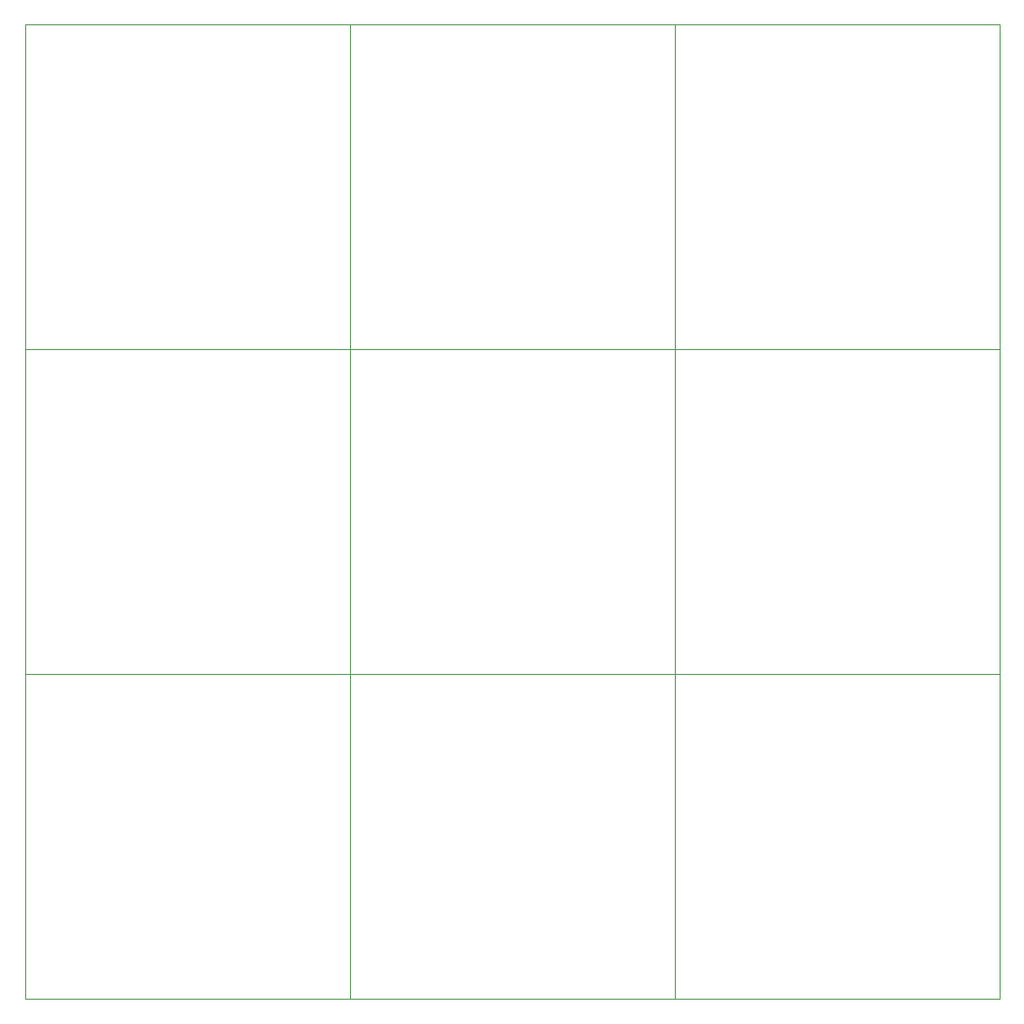
<source format=gbr>
%FSLAX34Y34*%
%MOMM*%
%LNOUTLINE*%
G71*
G01*
%ADD10C, 0.10*%
%LPD*%
G54D10*
X6350Y993775D02*
X311150Y993775D01*
X311150Y688975D01*
X6350Y688975D01*
X6350Y993775D01*
G54D10*
X311150Y993775D02*
X615950Y993775D01*
X615950Y688975D01*
X311150Y688975D01*
X311150Y993775D01*
G54D10*
X615950Y993775D02*
X920750Y993775D01*
X920750Y688975D01*
X615950Y688975D01*
X615950Y993775D01*
G54D10*
X6350Y688975D02*
X311150Y688975D01*
X311150Y384175D01*
X6350Y384175D01*
X6350Y688975D01*
G54D10*
X311150Y688975D02*
X615950Y688975D01*
X615950Y384175D01*
X311150Y384175D01*
X311150Y688975D01*
G54D10*
X615950Y688975D02*
X920750Y688975D01*
X920750Y384175D01*
X615950Y384175D01*
X615950Y688975D01*
G54D10*
X6350Y384175D02*
X311150Y384175D01*
X311150Y79375D01*
X6350Y79375D01*
X6350Y384175D01*
G54D10*
X311150Y384175D02*
X615950Y384175D01*
X615950Y79375D01*
X311150Y79375D01*
X311150Y384175D01*
G54D10*
X615950Y384175D02*
X920750Y384175D01*
X920750Y79375D01*
X615950Y79375D01*
X615950Y384175D01*
M02*

</source>
